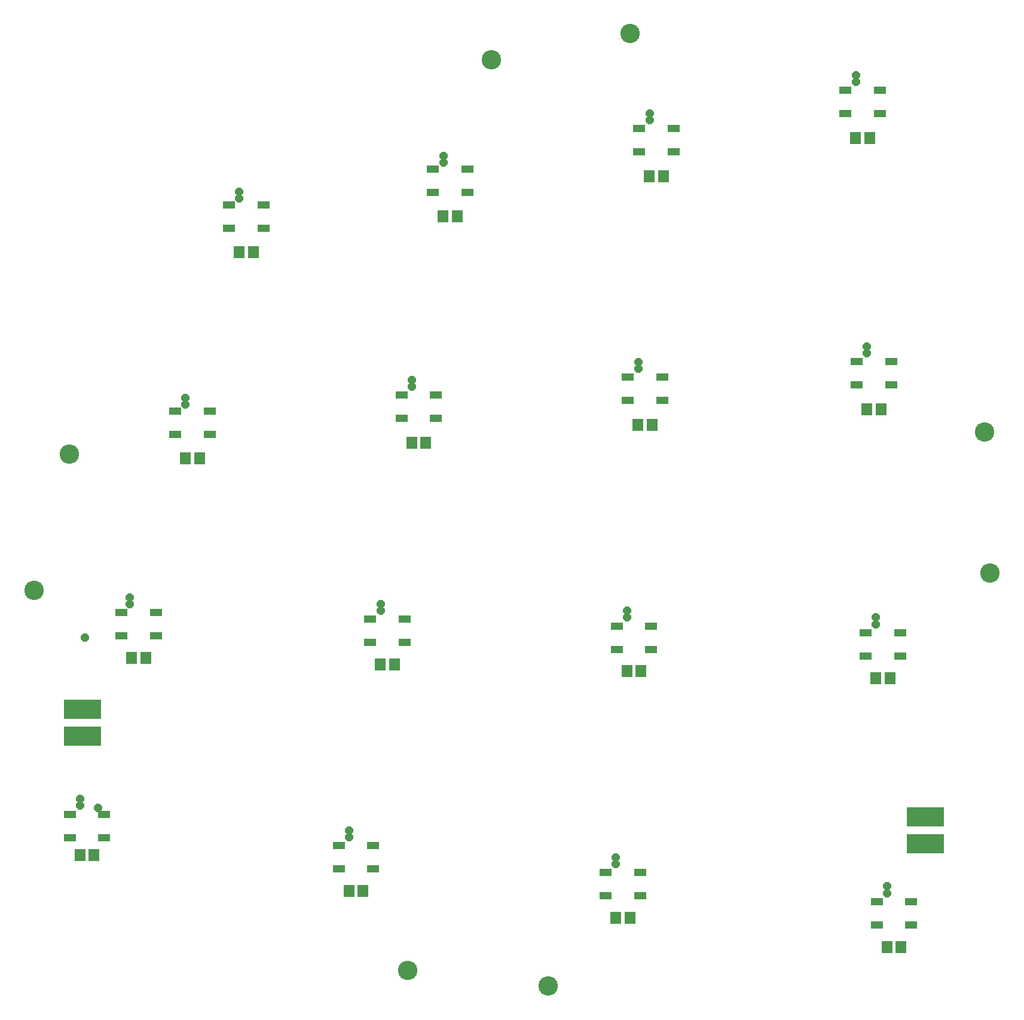
<source format=gbs>
G75*
G70*
%OFA0B0*%
%FSLAX24Y24*%
%IPPOS*%
%LPD*%
%AMOC8*
5,1,8,0,0,1.08239X$1,22.5*
%
%ADD10C,0.1080*%
%ADD11R,0.0671X0.0434*%
%ADD12R,0.0592X0.0710*%
%ADD13R,0.2080X0.1080*%
%ADD14OC8,0.0437*%
D10*
X019060Y033891D03*
X021026Y041490D03*
X044557Y063488D03*
X052290Y064954D03*
X072054Y042723D03*
X072354Y034857D03*
X047723Y011826D03*
X039891Y012693D03*
D11*
X037975Y018360D03*
X037975Y019660D03*
X036045Y019660D03*
X036045Y018360D03*
X022975Y020110D03*
X022975Y021410D03*
X021045Y021410D03*
X021045Y020110D03*
X023920Y031360D03*
X023920Y032660D03*
X025850Y032660D03*
X025850Y031360D03*
X037795Y030985D03*
X037795Y032285D03*
X039725Y032285D03*
X039725Y030985D03*
X051545Y030610D03*
X051545Y031910D03*
X053475Y031910D03*
X053475Y030610D03*
X065420Y030235D03*
X065420Y031535D03*
X067350Y031535D03*
X067350Y030235D03*
X052850Y018160D03*
X052850Y016860D03*
X050920Y016860D03*
X050920Y018160D03*
X066045Y016535D03*
X066045Y015235D03*
X067975Y015235D03*
X067975Y016535D03*
X041475Y043485D03*
X041475Y044785D03*
X039545Y044785D03*
X039545Y043485D03*
X028850Y043910D03*
X028850Y042610D03*
X026920Y042610D03*
X026920Y043910D03*
X029920Y054110D03*
X029920Y055410D03*
X031850Y055410D03*
X031850Y054110D03*
X041295Y056110D03*
X041295Y057410D03*
X043225Y057410D03*
X043225Y056110D03*
X052795Y058360D03*
X052795Y059660D03*
X054725Y059660D03*
X054725Y058360D03*
X064295Y060485D03*
X064295Y061785D03*
X066225Y061785D03*
X066225Y060485D03*
X066850Y046660D03*
X066850Y045360D03*
X064920Y045360D03*
X064920Y046660D03*
X054100Y045785D03*
X054100Y044485D03*
X052170Y044485D03*
X052170Y045785D03*
D12*
X021616Y019135D03*
X022404Y019135D03*
X024491Y030135D03*
X025279Y030135D03*
X027491Y041260D03*
X028279Y041260D03*
X040116Y042135D03*
X040904Y042135D03*
X052741Y043135D03*
X053529Y043135D03*
X065491Y044010D03*
X066279Y044010D03*
X054154Y057010D03*
X053366Y057010D03*
X042654Y054760D03*
X041866Y054760D03*
X031279Y052760D03*
X030491Y052760D03*
X038366Y029760D03*
X039154Y029760D03*
X052116Y029385D03*
X052904Y029385D03*
X065991Y029010D03*
X066779Y029010D03*
X052279Y015635D03*
X051491Y015635D03*
X037404Y017135D03*
X036616Y017135D03*
X066616Y014010D03*
X067404Y014010D03*
X065654Y059135D03*
X064866Y059135D03*
D13*
X068760Y021260D03*
X068760Y019760D03*
X021760Y025760D03*
X021760Y027260D03*
D14*
X021760Y027010D03*
X021385Y027010D03*
X021010Y027010D03*
X021010Y027510D03*
X021385Y027510D03*
X021760Y027510D03*
X022135Y027510D03*
X022510Y027510D03*
X022510Y027010D03*
X022135Y027010D03*
X022135Y026010D03*
X022510Y026010D03*
X022510Y025510D03*
X022135Y025510D03*
X021760Y025510D03*
X021385Y025510D03*
X021010Y025510D03*
X021010Y026010D03*
X021385Y026010D03*
X021760Y026010D03*
X021635Y022260D03*
X021635Y021885D03*
X022635Y021760D03*
X021885Y031260D03*
X024385Y033135D03*
X024385Y033510D03*
X027510Y044260D03*
X027510Y044635D03*
X040135Y045260D03*
X040135Y045635D03*
X030510Y055760D03*
X030510Y056135D03*
X041885Y057760D03*
X041885Y058135D03*
X053385Y060135D03*
X053385Y060510D03*
X064885Y062260D03*
X064885Y062635D03*
X065510Y047510D03*
X065510Y047135D03*
X052760Y046635D03*
X052760Y046260D03*
X038385Y033135D03*
X038385Y032760D03*
X052135Y032760D03*
X052135Y032385D03*
X066010Y032385D03*
X066010Y032010D03*
X068010Y021510D03*
X068385Y021510D03*
X068760Y021510D03*
X069135Y021510D03*
X069510Y021510D03*
X069510Y021010D03*
X069135Y021010D03*
X068760Y021010D03*
X068385Y021010D03*
X068010Y021010D03*
X068010Y020010D03*
X068385Y020010D03*
X068760Y020010D03*
X069135Y020010D03*
X069510Y020010D03*
X069510Y019510D03*
X069135Y019510D03*
X068760Y019510D03*
X068385Y019510D03*
X068010Y019510D03*
X066635Y017385D03*
X066635Y017010D03*
X051510Y018635D03*
X051510Y019010D03*
X036635Y020135D03*
X036635Y020510D03*
M02*

</source>
